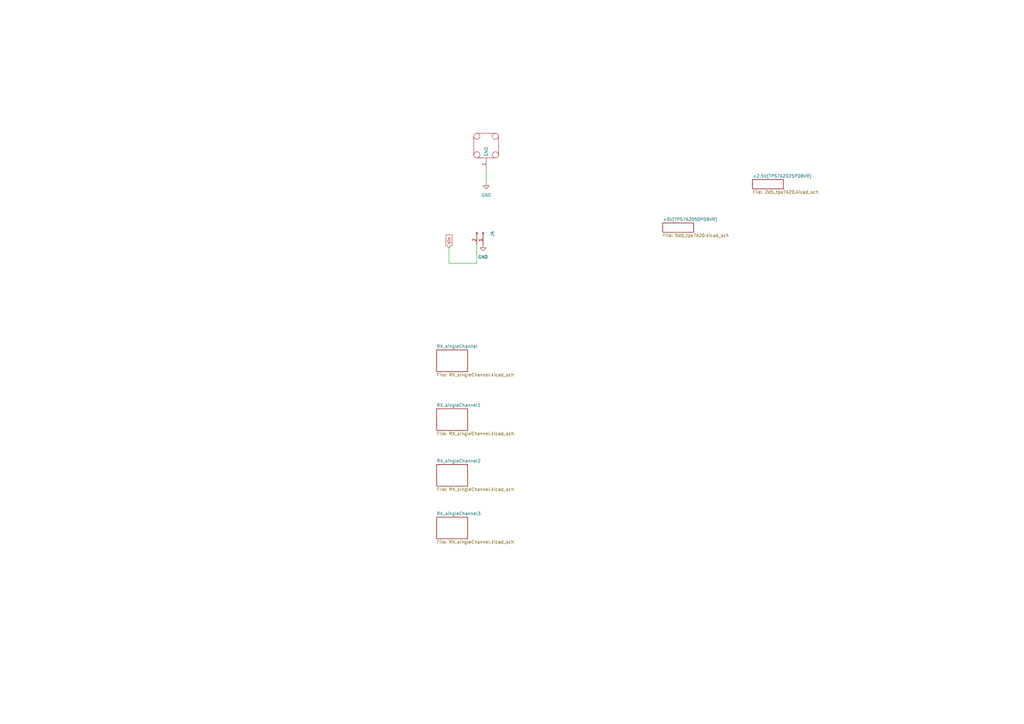
<source format=kicad_sch>
(kicad_sch (version 20230121) (generator eeschema)
  (paper "A3")
  (lib_symbols
    (symbol "Connector:Conn_01x02_Pin" (pin_names (offset 1.016) hide)
      (property "Reference" "J" (at 0 2.54 0))
      (property "Value" "Conn_01x02_Pin" (at 0 -5.08 0))
      (symbol "Conn_01x02_Pin_1_1"
        (polyline (pts (xy 1.27 -2.54) (xy 0.8636 -2.54)) (stroke (width 0.1524)))
        (polyline (pts (xy 1.27 0) (xy 0.8636 0)) (stroke (width 0.1524)))
        (rectangle (start 0.8636 -2.413) (end 0 -2.667) (stroke (width 0.1524)) (fill (type outline)))
        (rectangle (start 0.8636 0.127) (end 0 -0.127) (stroke (width 0.1524)) (fill (type outline)))
        (pin passive line (at 5.08 0 180) (length 3.81) (name "Pin_1") (number "1"))
        (pin passive line (at 5.08 -2.54 180) (length 3.81) (name "Pin_2") (number "2"))
      )
    )
    (symbol "Radar:outline"
      (property "Reference" "outline" (at 0 6.35 0))
      (symbol "outline_0_1"
        (circle (center -3.81 -3.81) (radius 1.27))
        (circle (center -3.81 3.81) (radius 1.27))
        (polyline (pts (xy -5.08 3.81) (xy -5.08 -3.81)))
        (polyline (pts (xy -3.81 -5.08) (xy 3.81 -5.08)))
        (polyline (pts (xy 3.81 5.08) (xy -3.81 5.08)))
        (polyline (pts (xy 5.08 3.81) (xy 5.08 -3.81)))
        (circle (center 3.81 -3.81) (radius 1.27))
        (circle (center 3.81 3.81) (radius 1.27))
      )
      (symbol "outline_1_1"
        (pin free line (at -10.16 0 0) (length 5.08) (name "GND") (number "1"))
      )
    )
    (symbol "power:GND" (power) (pin_names (offset 0))
      (property "Value" "GND" (at 0 -3.81 0))
      (symbol "GND_0_1"
        (polyline (pts (xy 0 0) (xy 0 -1.27) (xy 1.27 -1.27) (xy 0 -2.54) (xy -1.27 -1.27) (xy 0 -1.27)))
      )
      (symbol "GND_1_1"
        (pin power_in line (at 0 0 270) (length 0) hide (name "GND") (number "1"))
      )
    )
  )
  (wire (pts (xy 184.15 107.95) (xy 195.58 107.95)))
  (wire (pts (xy 199.39 69.85) (xy 199.39 74.93)))
  (wire (pts (xy 184.15 101.6) (xy 184.15 107.95)))
  (wire (pts (xy 195.58 100.33) (xy 195.58 107.95)))
  (global_label "Vin" (shape input) (at 184.15 101.6 90) (property "Intersheetrefs" "${INTERSHEET_REFS}" (effects hide)))
  (symbol (lib_id "Connector:Conn_01x02_Pin") (at 198.12 95.25 270) (unit 1)
    (property "Reference" "J4" (at 201.93 95.885 0))
    (property "Value" "Conn_01x02_Pin" (effects hide))
    (property "Footprint" "Connector_JST:JST_XH_B2B-XH-A_1x02_P2.50mm_Vertical" (effects hide))
  )
  (symbol (lib_id "power:GND") (at 199.39 74.93 0) (unit 1)
    (property "Reference" "#PWR011" (effects hide))
    (property "Value" "GND" (at 199.39 80.01 0))
  )
  (symbol (lib_id "Radar:outline") (at 199.39 59.69 90) (unit 1)
    (property "Reference" "outline1" (effects hide))
    (property "Footprint" "Music_Lab:Outline_8x5_cavity_20230723(2mm)" (effects hide))
  )
  (symbol (lib_id "power:GND") (at 198.12 100.33 0) (unit 1)
    (property "Reference" "#PWR012" (effects hide))
    (property "Value" "GND" (at 198.12 105.41 0))
  )
  (sheet (at 179.07 167.64) (size 12.7 8.89) (stroke (width 0.1524))
    (property "Sheetname" "RX_singleChannel1" (at 179.07 166.9284 0) (effects (justify left bottom)))
    (property "Sheetfile" "RX_singleChannel.kicad_sch" (at 179.07 177.1146 0) (effects (justify left top)))
  )
  (sheet (at 179.07 190.5) (size 12.7 8.89) (stroke (width 0.1524))
    (property "Sheetname" "RX_singleChannel2" (at 179.07 189.7884 0) (effects (justify left bottom)))
    (property "Sheetfile" "RX_singleChannel.kicad_sch" (at 179.07 199.9746 0) (effects (justify left top)))
  )
  (sheet (at 308.61 73.66) (size 12.7 3.81) (stroke (width 0.1524))
    (property "Sheetname" "+2.5V(TPS7A2025PDBVR)" (at 308.61 72.9484 0) (effects (justify left bottom)))
    (property "Sheetfile" "2d5_tps7A20.kicad_sch" (at 308.61 78.0546 0) (effects (justify left top)))
  )
  (sheet (at 179.07 143.51) (size 12.7 8.89) (stroke (width 0.1524))
    (property "Sheetname" "RX_singleChannel" (at 179.07 142.7984 0) (effects (justify left bottom)))
    (property "Sheetfile" "RX_singleChannel.kicad_sch" (at 179.07 152.9846 0) (effects (justify left top)))
  )
  (sheet (at 271.78 91.44) (size 12.7 3.81) (stroke (width 0.1524))
    (property "Sheetname" "+5V(TPS7A2050PDBVR)" (at 271.78 90.7284 0) (effects (justify left bottom)))
    (property "Sheetfile" "5d0_tps7A20.kicad_sch" (at 271.78 95.8346 0) (effects (justify left top)))
  )
  (sheet (at 179.07 212.09) (size 12.7 8.89) (stroke (width 0.1524))
    (property "Sheetname" "RX_singleChannel3" (at 179.07 211.3784 0) (effects (justify left bottom)))
    (property "Sheetfile" "RX_singleChannel.kicad_sch" (at 179.07 221.5646 0) (effects (justify left top)))
  )
)
</source>
